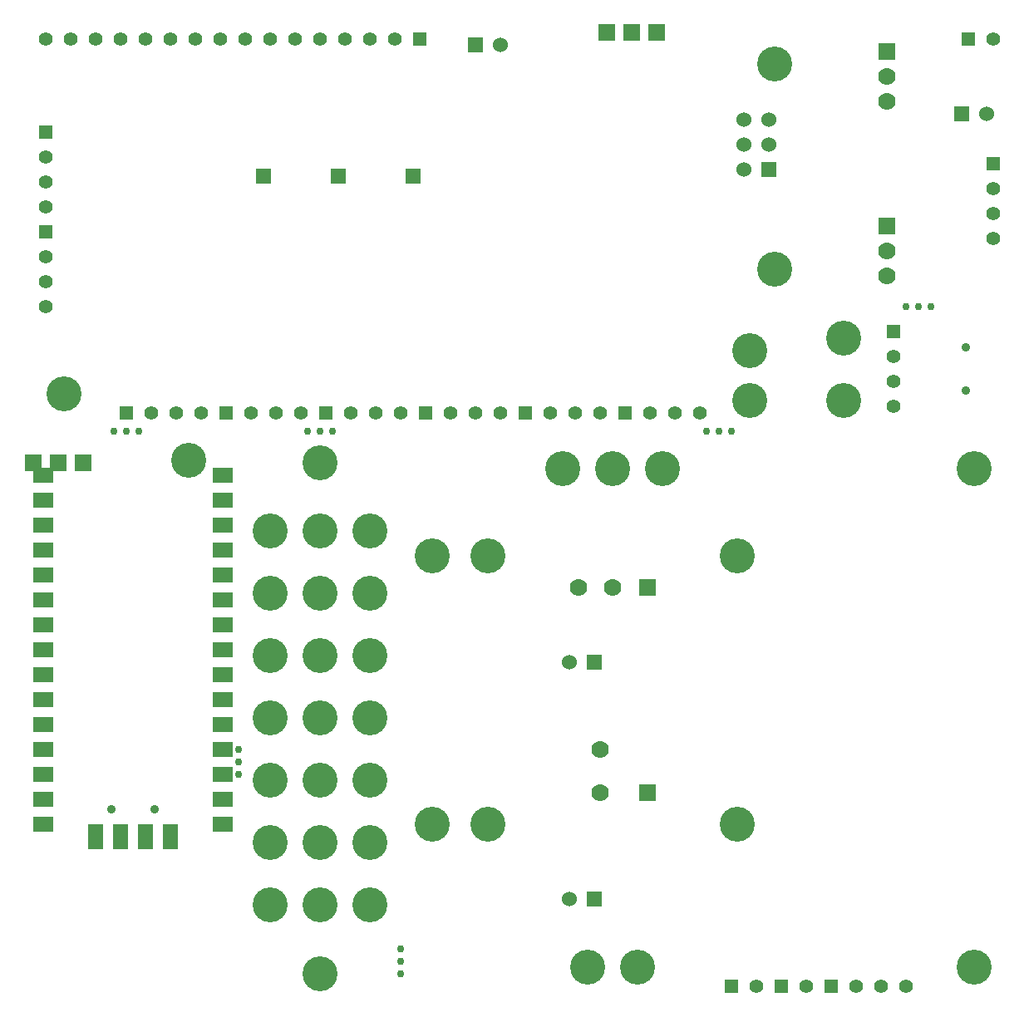
<source format=gbs>
G04 (created by PCBNEW (2014-01-10 BZR 4027)-stable) date Thursday, June 18, 2015 'amt' 10:00:05 am*
%MOIN*%
G04 Gerber Fmt 3.4, Leading zero omitted, Abs format*
%FSLAX34Y34*%
G01*
G70*
G90*
G04 APERTURE LIST*
%ADD10C,0.00590551*%
%ADD11R,0.06X0.06*%
%ADD12C,0.06*%
%ADD13C,0.07*%
%ADD14R,0.07X0.07*%
%ADD15R,0.055X0.055*%
%ADD16C,0.055*%
%ADD17C,0.14*%
%ADD18R,0.0590551X0.0590551*%
%ADD19C,0.03*%
%ADD20C,0.0354*%
%ADD21R,0.06X0.1*%
%ADD22R,0.08X0.06*%
G04 APERTURE END LIST*
G54D10*
G54D11*
X43500Y-17750D03*
G54D12*
X42500Y-17750D03*
X43500Y-16750D03*
X42500Y-16750D03*
X43500Y-15750D03*
X42500Y-15750D03*
G54D13*
X36750Y-42750D03*
X36750Y-41000D03*
G54D14*
X38627Y-42750D03*
G54D15*
X44000Y-50500D03*
G54D16*
X45000Y-50500D03*
G54D15*
X42000Y-50500D03*
G54D16*
X43000Y-50500D03*
G54D15*
X46000Y-50500D03*
G54D16*
X47000Y-50500D03*
X48000Y-50500D03*
X49000Y-50500D03*
G54D13*
X35872Y-34500D03*
X37250Y-34500D03*
G54D14*
X38627Y-34500D03*
G54D17*
X36250Y-49750D03*
X38250Y-49750D03*
X35250Y-29750D03*
X37250Y-29750D03*
X39250Y-29750D03*
G54D15*
X14500Y-16250D03*
G54D16*
X14500Y-17250D03*
X14500Y-18250D03*
X14500Y-19250D03*
G54D15*
X14500Y-20250D03*
G54D16*
X14500Y-21250D03*
X14500Y-22250D03*
X14500Y-23250D03*
G54D17*
X42750Y-27000D03*
X42750Y-25000D03*
X23500Y-47250D03*
X25500Y-47250D03*
X27500Y-47250D03*
X23500Y-44750D03*
X25500Y-44750D03*
X27500Y-44750D03*
X23500Y-42250D03*
X25500Y-42250D03*
X27500Y-42250D03*
X23500Y-39750D03*
X25500Y-39750D03*
X27500Y-39750D03*
X23500Y-37250D03*
X25500Y-37250D03*
X27500Y-37250D03*
X23500Y-32250D03*
X25500Y-32250D03*
X27500Y-32250D03*
X23500Y-34750D03*
X25500Y-34750D03*
X27500Y-34750D03*
G54D15*
X17750Y-27500D03*
G54D16*
X18750Y-27500D03*
X19750Y-27500D03*
X20750Y-27500D03*
G54D15*
X21750Y-27500D03*
G54D16*
X22750Y-27500D03*
X23750Y-27500D03*
X24750Y-27500D03*
G54D15*
X25750Y-27500D03*
G54D16*
X26750Y-27500D03*
X27750Y-27500D03*
X28750Y-27500D03*
G54D15*
X29750Y-27500D03*
G54D16*
X30750Y-27500D03*
X31750Y-27500D03*
X32750Y-27500D03*
G54D15*
X33750Y-27500D03*
G54D16*
X34750Y-27500D03*
X35750Y-27500D03*
X36750Y-27500D03*
G54D15*
X37750Y-27500D03*
G54D16*
X38750Y-27500D03*
X39750Y-27500D03*
X40750Y-27500D03*
G54D18*
X23250Y-18000D03*
G54D15*
X51500Y-12500D03*
G54D16*
X52500Y-12500D03*
G54D19*
X41000Y-28250D03*
X41500Y-28250D03*
X42000Y-28250D03*
X28750Y-50000D03*
X28750Y-49500D03*
X28750Y-49000D03*
X25000Y-28250D03*
X25500Y-28250D03*
X26000Y-28250D03*
G54D17*
X51750Y-29750D03*
G54D13*
X48250Y-15000D03*
X48250Y-14000D03*
G54D14*
X48250Y-13000D03*
G54D13*
X48250Y-22000D03*
X48250Y-21000D03*
G54D14*
X48250Y-20000D03*
G54D17*
X25500Y-29500D03*
X25500Y-50000D03*
G54D20*
X51415Y-26616D03*
X51415Y-24884D03*
G54D15*
X29500Y-12500D03*
G54D16*
X28500Y-12500D03*
X27500Y-12500D03*
X26500Y-12500D03*
X25500Y-12500D03*
X24500Y-12500D03*
X23500Y-12500D03*
X22500Y-12500D03*
X21500Y-12500D03*
X20500Y-12500D03*
X19500Y-12500D03*
X18500Y-12500D03*
X17500Y-12500D03*
X16500Y-12500D03*
X15500Y-12500D03*
X14500Y-12500D03*
G54D18*
X26250Y-18000D03*
X29250Y-18000D03*
G54D17*
X43750Y-21750D03*
X15250Y-26750D03*
X43750Y-13500D03*
G54D15*
X52500Y-17500D03*
G54D16*
X52500Y-18500D03*
X52500Y-19500D03*
X52500Y-20500D03*
G54D15*
X48500Y-24250D03*
G54D16*
X48500Y-25250D03*
X48500Y-26250D03*
X48500Y-27250D03*
G54D17*
X46500Y-24500D03*
X46500Y-27000D03*
G54D19*
X49000Y-23250D03*
X49500Y-23250D03*
X50000Y-23250D03*
G54D17*
X51750Y-49750D03*
X32250Y-44000D03*
X42250Y-44000D03*
X32250Y-33250D03*
X42250Y-33250D03*
X30000Y-33250D03*
X30000Y-44000D03*
G54D11*
X31750Y-12750D03*
G54D12*
X32750Y-12750D03*
G54D11*
X51250Y-15500D03*
G54D12*
X52250Y-15500D03*
G54D11*
X36500Y-37500D03*
G54D12*
X35500Y-37500D03*
G54D14*
X39000Y-12250D03*
X38000Y-12250D03*
X37000Y-12250D03*
G54D11*
X36500Y-47000D03*
G54D12*
X35500Y-47000D03*
G54D21*
X19500Y-44500D03*
X18500Y-44500D03*
X17500Y-44500D03*
X16500Y-44500D03*
G54D14*
X16000Y-29500D03*
X15000Y-29500D03*
X14000Y-29500D03*
G54D22*
X21600Y-40000D03*
X21600Y-41000D03*
X21600Y-42000D03*
X21600Y-43000D03*
X21600Y-44000D03*
X21600Y-35000D03*
X21600Y-36000D03*
X21600Y-37000D03*
X21600Y-38000D03*
X21600Y-39000D03*
X21600Y-30000D03*
X21600Y-31000D03*
X21600Y-32000D03*
X21600Y-33000D03*
X21600Y-34000D03*
X14400Y-34000D03*
X14400Y-33000D03*
X14400Y-32000D03*
X14400Y-31000D03*
X14400Y-30000D03*
X14400Y-39000D03*
X14400Y-38000D03*
X14400Y-37000D03*
X14400Y-36000D03*
X14400Y-35000D03*
X14400Y-44000D03*
X14400Y-43000D03*
X14400Y-42000D03*
X14400Y-41000D03*
X14400Y-40000D03*
G54D20*
X17134Y-43415D03*
X18866Y-43415D03*
G54D17*
X20250Y-29400D03*
G54D19*
X17250Y-28250D03*
X17750Y-28250D03*
X18250Y-28250D03*
X22250Y-42000D03*
X22250Y-41500D03*
X22250Y-41000D03*
M02*

</source>
